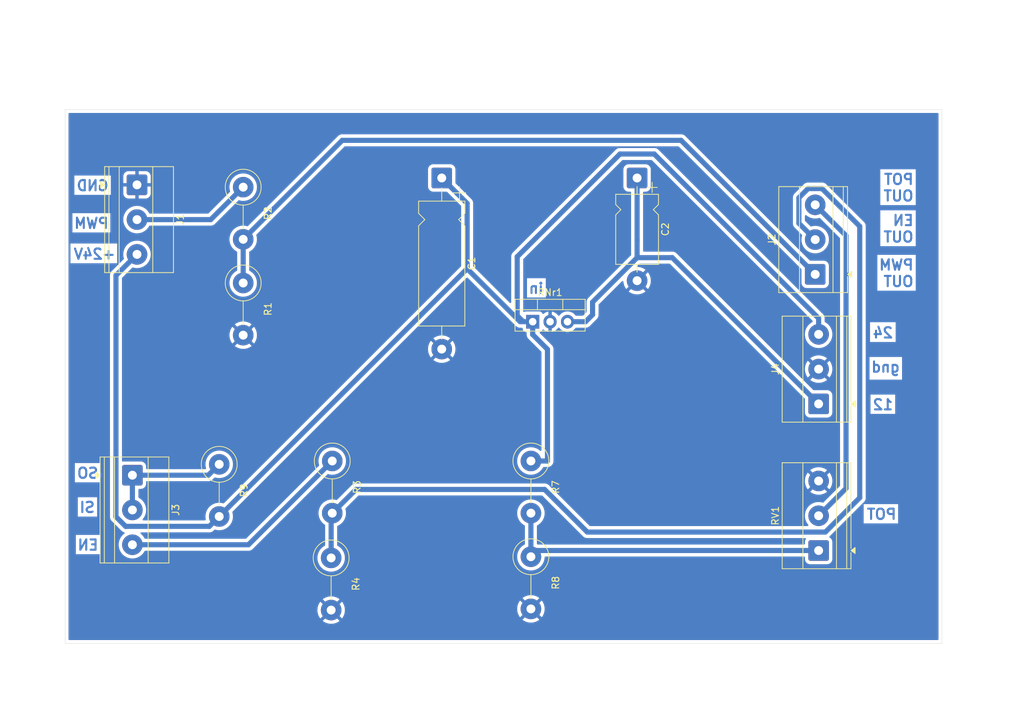
<source format=kicad_pcb>
(kicad_pcb (version 20241229) (generator "pcbnew") (generator_version "9.0")
  (layers (0 "F.Cu" signal) (2 "B.Cu" signal) (13 "F.Paste" user) (15 "B.Paste" user) (5 "F.SilkS" user "F.Silkscreen") (7 "B.SilkS" user "B.Silkscreen") (1 "F.Mask" user) (3 "B.Mask" user) (25 "Edge.Cuts" user))
  (net 0 "")
  (net 1 "+24V")
  (net 2 "GND")
  (net 3 "/PWM")
  (net 4 "/POT")
  (net 5 "/PWM_5V")
  (net 6 "/ENABLE_5V")
  (net 7 "/ENABLE")
  (net 8 "/Indu_Sens")
  (net 9 "/H_12V")
  (net 10 "Net-(R7-Pad2)")
  (footprint "TerminalBlock_Phoenix:TerminalBlock_Phoenix_MKDS-1,5-3-5.08_1x03_P5.08mm_Horizontal" (layer "F.Cu") (at 134.5 81.42 90)
    (property "Reference" "RV1" (at 5.08 -6.32 90) (layer "F.SilkS"))
    (property "Value" "R_Potentiometer")
    (fp_line (start 12.82 -5.32) (end 12.82 4.72) (stroke (width 0.12)) (layer "F.SilkS"))
    (fp_line (start -2.66 -5.32) (end 12.82 -5.32) (stroke (width 0.12)) (layer "F.SilkS"))
    (fp_line (start -2.66 -5.32) (end -2.66 4.72) (stroke (width 0.12)) (layer "F.SilkS"))
    (fp_line (start -2.66 -2.3) (end 12.82 -2.3) (stroke (width 0.12)) (layer "F.SilkS"))
    (fp_line (start -2.66 2.6) (end 12.82 2.6) (stroke (width 0.12)) (layer "F.SilkS"))
    (fp_line (start -2.66 4.1) (end 12.82 4.1) (stroke (width 0.12)) (layer "F.SilkS"))
    (fp_line (start 0.3 4.72) (end 12.82 4.72) (stroke (width 0.12)) (layer "F.SilkS"))
    (fp_line (start -2.66 4.72) (end -0.3 4.72) (stroke (width 0.12)) (layer "F.SilkS"))
    (fp_poly (pts (xy 0 4.72) (xy 0.44 5.33) (xy -0.44 5.33)) (stroke (width 0.12)) (fill yes) (layer "F.SilkS"))
    (pad "1" thru_hole roundrect (at 0 0 90) (size 3 3) (drill 1.3) (layers "*.Cu" "*.Mask") (roundrect_rratio 0.096154) (net 10 "Net-(R7-Pad2)"))
    (pad "2" thru_hole circle (at 5.08 0 90) (size 3 3) (drill 1.3) (layers "*.Cu" "*.Mask") (net 4 "/POT"))
    (pad "3" thru_hole circle (at 10.16 0 90) (size 3 3) (drill 1.3) (layers "*.Cu" "*.Mask") (net 2 "GND"))
  )
  (footprint "Capacitor_THT:CP_Axial_L18.0mm_D6.5mm_P25.00mm_Horizontal" (layer "F.Cu") (at 79.4825 27 -90)
    (property "Reference" "C1" (at 12.5 -4.37 90) (layer "F.SilkS"))
    (property "Value" "C")
    (fp_line (start 3.38 3.37) (end 5.18 3.37) (stroke (width 0.12)) (layer "F.SilkS"))
    (fp_line (start 5.18 3.37) (end 6.08 2.47) (stroke (width 0.12)) (layer "F.SilkS"))
    (fp_line (start 6.98 3.37) (end 21.62 3.37) (stroke (width 0.12)) (layer "F.SilkS"))
    (fp_line (start 6.08 2.47) (end 6.98 3.37) (stroke (width 0.12)) (layer "F.SilkS"))
    (fp_line (start 1.44 0) (end 3.38 0) (stroke (width 0.12)) (layer "F.SilkS"))
    (fp_line (start 23.56 0) (end 21.62 0) (stroke (width 0.12)) (layer "F.SilkS"))
    (fp_line (start 6.08 -2.47) (end 6.98 -3.37) (stroke (width 0.12)) (layer "F.SilkS"))
    (fp_line (start 1.28 -2.6) (end 3.08 -2.6) (stroke (width 0.12)) (layer "F.SilkS"))
    (fp_line (start 3.38 -3.37) (end 3.38 3.37) (stroke (width 0.12)) (layer "F.SilkS"))
    (fp_line (start 3.38 -3.37) (end 5.18 -3.37) (stroke (width 0.12)) (layer "F.SilkS"))
    (fp_line (start 5.18 -3.37) (end 6.08 -2.47) (stroke (width 0.12)) (layer "F.SilkS"))
    (fp_line (start 6.98 -3.37) (end 21.62 -3.37) (stroke (width 0.12)) (layer "F.SilkS"))
    (fp_line (start 21.62 -3.37) (end 21.62 3.37) (stroke (width 0.12)) (layer "F.SilkS"))
    (fp_line (start 2.18 -3.5) (end 2.18 -1.7) (stroke (width 0.12)) (layer "F.SilkS"))
    (pad "1" thru_hole roundrect (at 0 0 270) (size 3 3) (drill 1.3) (layers "*.Cu" "*.Mask") (roundrect_rratio 0.096154) (net 1 "+24V"))
    (pad "2" thru_hole circle (at 25 0 270) (size 3 3) (drill 1.3) (layers "*.Cu" "*.Mask") (net 2 "GND"))
  )
  (footprint "Resistor_THT:R_Axial_DIN0516_L15.5mm_D5.0mm_P7.62mm_Vertical" (layer "F.Cu") (at 50.5 28.34 -90)
    (property "Reference" "R2" (at 3.81 -3.62 90) (layer "F.SilkS"))
    (property "Value" "18k/22k")
    (fp_line (start 2.62 0) (end 6.12 0) (stroke (width 0.12)) (layer "F.SilkS"))
    (fp_circle (center 0 0) (end 2.62 0) (stroke (width 0.12)) (fill no) (layer "F.SilkS"))
    (pad "1" thru_hole circle (at 0 0 270) (size 3 3) (drill 1.3) (layers "*.Cu" "*.Mask") (net 3 "/PWM"))
    (pad "2" thru_hole circle (at 7.62 0 270) (size 3 3) (drill 1.3) (layers "*.Cu" "*.Mask") (net 5 "/PWM_5V"))
  )
  (footprint "Resistor_THT:R_Axial_DIN0516_L15.5mm_D5.0mm_P7.62mm_Vertical" (layer "F.Cu") (at 47 68.8275 -90)
    (property "Reference" "R9" (at 3.81 -3.62 90) (layer "F.SilkS"))
    (property "Value" "10k")
    (fp_line (start 2.62 0) (end 6.12 0) (stroke (width 0.12)) (layer "F.SilkS"))
    (fp_circle (center 0 0) (end 2.62 0) (stroke (width 0.12)) (fill no) (layer "F.SilkS"))
    (pad "1" thru_hole circle (at 0 0 270) (size 3 3) (drill 1.3) (layers "*.Cu" "*.Mask") (net 8 "/Indu_Sens"))
    (pad "2" thru_hole circle (at 7.62 0 270) (size 3 3) (drill 1.3) (layers "*.Cu" "*.Mask") (net 1 "+24V"))
  )
  (footprint "TerminalBlock_Phoenix:TerminalBlock_Phoenix_MKDS-1,5-3-5.08_1x03_P5.08mm_Horizontal" (layer "F.Cu") (at 134.5 60 90)
    (property "Reference" "J4" (at 5.08 -6.32 90) (layer "F.SilkS"))
    (property "Value" "H-Bridge")
    (fp_line (start 12.82 -5.32) (end 12.82 4.72) (stroke (width 0.12)) (layer "F.SilkS"))
    (fp_line (start -2.66 -5.32) (end 12.82 -5.32) (stroke (width 0.12)) (layer "F.SilkS"))
    (fp_line (start -2.66 -5.32) (end -2.66 4.72) (stroke (width 0.12)) (layer "F.SilkS"))
    (fp_line (start -2.66 -2.3) (end 12.82 -2.3) (stroke (width 0.12)) (layer "F.SilkS"))
    (fp_line (start -2.66 2.6) (end 12.82 2.6) (stroke (width 0.12)) (layer "F.SilkS"))
    (fp_line (start -2.66 4.1) (end 12.82 4.1) (stroke (width 0.12)) (layer "F.SilkS"))
    (fp_line (start 0.3 4.72) (end 12.82 4.72) (stroke (width 0.12)) (layer "F.SilkS"))
    (fp_line (start -2.66 4.72) (end -0.3 4.72) (stroke (width 0.12)) (layer "F.SilkS"))
    (fp_poly (pts (xy 0 4.72) (xy 0.44 5.33) (xy -0.44 5.33)) (stroke (width 0.12)) (fill yes) (layer "F.SilkS"))
    (pad "1" thru_hole roundrect (at 0 0 90) (size 3 3) (drill 1.3) (layers "*.Cu" "*.Mask") (roundrect_rratio 0.096154) (net 9 "/H_12V"))
    (pad "2" thru_hole circle (at 5.08 0 90) (size 3 3) (drill 1.3) (layers "*.Cu" "*.Mask") (net 2 "GND"))
    (pad "3" thru_hole circle (at 10.16 0 90) (size 3 3) (drill 1.3) (layers "*.Cu" "*.Mask") (net 1 "+24V"))
  )
  (footprint "TerminalBlock_Phoenix:TerminalBlock_Phoenix_MKDS-1,5-3-5.08_1x03_P5.08mm_Horizontal" (layer "F.Cu") (at 34.3275 70.415 -90)
    (property "Reference" "J3" (at 5.08 -6.32 90) (layer "F.SilkS"))
    (property "Value" "Input")
    (fp_line (start -2.66 4.72) (end -0.3 4.72) (stroke (width 0.12)) (layer "F.SilkS"))
    (fp_line (start 0.3 4.72) (end 12.82 4.72) (stroke (width 0.12)) (layer "F.SilkS"))
    (fp_line (start -2.66 4.1) (end 12.82 4.1) (stroke (width 0.12)) (layer "F.SilkS"))
    (fp_line (start -2.66 2.6) (end 12.82 2.6) (stroke (width 0.12)) (layer "F.SilkS"))
    (fp_line (start -2.66 -2.3) (end 12.82 -2.3) (stroke (width 0.12)) (layer "F.SilkS"))
    (fp_line (start -2.66 -5.32) (end -2.66 4.72) (stroke (width 0.12)) (layer "F.SilkS"))
    (fp_line (start -2.66 -5.32) (end 12.82 -5.32) (stroke (width 0.12)) (layer "F.SilkS"))
    (fp_line (start 12.82 -5.32) (end 12.82 4.72) (stroke (width 0.12)) (layer "F.SilkS"))
    (fp_poly (pts (xy 0 4.72) (xy 0.44 5.33) (xy -0.44 5.33)) (stroke (width 0.12)) (fill yes) (layer "F.SilkS"))
    (pad "1" thru_hole roundrect (at 0 0 270) (size 3 3) (drill 1.3) (layers "*.Cu" "*.Mask") (roundrect_rratio 0.096154) (net 8 "/Indu_Sens"))
    (pad "2" thru_hole circle (at 5.08 0 270) (size 3 3) (drill 1.3) (layers "*.Cu" "*.Mask") (net 8 "/Indu_Sens"))
    (pad "3" thru_hole circle (at 10.16 0 270) (size 3 3) (drill 1.3) (layers "*.Cu" "*.Mask") (net 7 "/ENABLE"))
  )
  (footprint "TerminalBlock_Phoenix:TerminalBlock_Phoenix_MKDS-1,5-3-5.08_1x03_P5.08mm_Horizontal" (layer "F.Cu") (at 134 41.08 90)
    (property "Reference" "J2" (at 5.08 -6.32 90) (layer "F.SilkS"))
    (property "Value" "Input")
    (fp_line (start 12.82 -5.32) (end 12.82 4.72) (stroke (width 0.12)) (layer "F.SilkS"))
    (fp_line (start -2.66 -5.32) (end 12.82 -5.32) (stroke (width 0.12)) (layer "F.SilkS"))
    (fp_line (start -2.66 -5.32) (end -2.66 4.72) (stroke (width 0.12)) (layer "F.SilkS"))
    (fp_line (start -2.66 -2.3) (end 12.82 -2.3) (stroke (width 0.12)) (layer "F.SilkS"))
    (fp_line (start -2.66 2.6) (end 12.82 2.6) (stroke (width 0.12)) (layer "F.SilkS"))
    (fp_line (start -2.66 4.1) (end 12.82 4.1) (stroke (width 0.12)) (layer "F.SilkS"))
    (fp_line (start 0.3 4.72) (end 12.82 4.72) (stroke (width 0.12)) (layer "F.SilkS"))
    (fp_line (start -2.66 4.72) (end -0.3 4.72) (stroke (width 0.12)) (layer "F.SilkS"))
    (fp_poly (pts (xy 0 4.72) (xy 0.44 5.33) (xy -0.44 5.33)) (stroke (width 0.12)) (fill yes) (layer "F.SilkS"))
    (pad "1" thru_hole roundrect (at 0 0 90) (size 3 3) (drill 1.3) (layers "*.Cu" "*.Mask") (roundrect_rratio 0.096154) (net 5 "/PWM_5V"))
    (pad "2" thru_hole circle (at 5.08 0 90) (size 3 3) (drill 1.3) (layers "*.Cu" "*.Mask") (net 6 "/ENABLE_5V"))
    (pad "3" thru_hole circle (at 10.16 0 90) (size 3 3) (drill 1.3) (layers "*.Cu" "*.Mask") (net 4 "/POT"))
  )
  (footprint "Resistor_THT:R_Axial_DIN0516_L15.5mm_D5.0mm_P7.62mm_Vertical" (layer "F.Cu") (at 63.5 68.34 -90)
    (property "Reference" "R3" (at 3.81 -3.62 90) (layer "F.SilkS"))
    (property "Value" "18k/22k")
    (fp_line (start 2.62 0) (end 6.12 0) (stroke (width 0.12)) (layer "F.SilkS"))
    (fp_circle (center 0 0) (end 2.62 0) (stroke (width 0.12)) (fill no) (layer "F.SilkS"))
    (pad "1" thru_hole circle (at 0 0 270) (size 3 3) (drill 1.3) (layers "*.Cu" "*.Mask") (net 7 "/ENABLE"))
    (pad "2" thru_hole circle (at 7.62 0 270) (size 3 3) (drill 1.3) (layers "*.Cu" "*.Mask") (net 6 "/ENABLE_5V"))
  )
  (footprint "TerminalBlock_Phoenix:TerminalBlock_Phoenix_MKDS-1,5-3-5.08_1x03_P5.08mm_Horizontal" (layer "F.Cu") (at 35 28 -90)
    (property "Reference" "J1" (at 5.08 -6.32 90) (layer "F.SilkS"))
    (property "Value" "Input")
    (fp_line (start -2.66 4.72) (end -0.3 4.72) (stroke (width 0.12)) (layer "F.SilkS"))
    (fp_line (start 0.3 4.72) (end 12.82 4.72) (stroke (width 0.12)) (layer "F.SilkS"))
    (fp_line (start -2.66 4.1) (end 12.82 4.1) (stroke (width 0.12)) (layer "F.SilkS"))
    (fp_line (start -2.66 2.6) (end 12.82 2.6) (stroke (width 0.12)) (layer "F.SilkS"))
    (fp_line (start -2.66 -2.3) (end 12.82 -2.3) (stroke (width 0.12)) (layer "F.SilkS"))
    (fp_line (start -2.66 -5.32) (end -2.66 4.72) (stroke (width 0.12)) (layer "F.SilkS"))
    (fp_line (start -2.66 -5.32) (end 12.82 -5.32) (stroke (width 0.12)) (layer "F.SilkS"))
    (fp_line (start 12.82 -5.32) (end 12.82 4.72) (stroke (width 0.12)) (layer "F.SilkS"))
    (fp_poly (pts (xy 0 4.72) (xy 0.44 5.33) (xy -0.44 5.33)) (stroke (width 0.12)) (fill yes) (layer "F.SilkS"))
    (pad "1" thru_hole roundrect (at 0 0 270) (size 3 3) (drill 1.3) (layers "*.Cu" "*.Mask") (roundrect_rratio 0.096154) (net 2 "GND"))
    (pad "2" thru_hole circle (at 5.08 0 270) (size 3 3) (drill 1.3) (layers "*.Cu" "*.Mask") (net 3 "/PWM"))
    (pad "3" thru_hole circle (at 10.16 0 270) (size 3 3) (drill 1.3) (layers "*.Cu" "*.Mask") (net 1 "+24V"))
  )
  (footprint "Resistor_THT:R_Axial_DIN0516_L15.5mm_D5.0mm_P7.62mm_Vertical" (layer "F.Cu") (at 92.5 68.34 -90)
    (property "Reference" "R7" (at 3.81 -3.62 90) (layer "F.SilkS"))
    (property "Value" "5,6k")
    (fp_line (start 2.62 0) (end 6.12 0) (stroke (width 0.12)) (layer "F.SilkS"))
    (fp_circle (center 0 0) (end 2.62 0) (stroke (width 0.12)) (fill no) (layer "F.SilkS"))
    (pad "1" thru_hole circle (at 0 0 270) (size 3 3) (drill 1.3) (layers "*.Cu" "*.Mask") (net 1 "+24V"))
    (pad "2" thru_hole circle (at 7.62 0 270) (size 3 3) (drill 1.3) (layers "*.Cu" "*.Mask") (net 10 "Net-(R7-Pad2)"))
  )
  (footprint "Resistor_THT:R_Axial_DIN0516_L15.5mm_D5.0mm_P7.62mm_Vertical" (layer "F.Cu") (at 50.5 42.34 -90)
    (property "Reference" "R1" (at 3.81 -3.62 90) (layer "F.SilkS"))
    (property "Value" "4,7k / 5,5k")
    (fp_line (start 2.62 0) (end 6.12 0) (stroke (width 0.12)) (layer "F.SilkS"))
    (fp_circle (center 0 0) (end 2.62 0) (stroke (width 0.12)) (fill no) (layer "F.SilkS"))
    (pad "1" thru_hole circle (at 0 0 270) (size 3 3) (drill 1.3) (layers "*.Cu" "*.Mask") (net 5 "/PWM_5V"))
    (pad "2" thru_hole circle (at 7.62 0 270) (size 3 3) (drill 1.3) (layers "*.Cu" "*.Mask") (net 2 "GND"))
  )
  (footprint "Package_TO_SOT_THT:TO-220-3_Vertical" (layer "F.Cu") (at 92.76 47.995)
    (property "Reference" "RNr1" (at 2.54 -4.27 0) (layer "F.SilkS"))
    (property "Value" "12V_div")
    (fp_line (start -2.58 -3.27) (end -2.58 1.371) (stroke (width 0.12)) (layer "F.SilkS"))
    (fp_line (start -2.58 -3.27) (end 7.66 -3.27) (stroke (width 0.12)) (layer "F.SilkS"))
    (fp_line (start -2.58 -1.76) (end 7.66 -1.76) (stroke (width 0.12)) (layer "F.SilkS"))
    (fp_line (start -2.58 1.371) (end 7.66 1.371) (stroke (width 0.12)) (layer "F.SilkS"))
    (fp_line (start 0.69 -3.27) (end 0.69 -1.76) (stroke (width 0.12)) (layer "F.SilkS"))
    (fp_line (start 4.391 -3.27) (end 4.391 -1.76) (stroke (width 0.12)) (layer "F.SilkS"))
    (fp_line (start 7.66 -3.27) (end 7.66 1.371) (stroke (width 0.12)) (layer "F.SilkS"))
    (pad "1" thru_hole rect (at 0 0) (size 1.905 2) (drill 1.1) (layers "*.Cu" "*.Mask") (net 1 "+24V"))
    (pad "2" thru_hole oval (at 2.54 0) (size 1.905 2) (drill 1.1) (layers "*.Cu" "*.Mask") (net 2 "GND"))
    (pad "3" thru_hole oval (at 5.08 0) (size 1.905 2) (drill 1.1) (layers "*.Cu" "*.Mask") (net 9 "/H_12V"))
  )
  (footprint "Resistor_THT:R_Axial_DIN0516_L15.5mm_D5.0mm_P7.62mm_Vertical" (layer "F.Cu") (at 92.5 82.3275 -90)
    (property "Reference" "R8" (at 3.81 -3.62 90) (layer "F.SilkS"))
    (property "Value" "10k")
    (fp_line (start 2.62 0) (end 6.12 0) (stroke (width 0.12)) (layer "F.SilkS"))
    (fp_circle (center 0 0) (end 2.62 0) (stroke (width 0.12)) (fill no) (layer "F.SilkS"))
    (pad "1" thru_hole circle (at 0 0 270) (size 3 3) (drill 1.3) (layers "*.Cu" "*.Mask") (net 10 "Net-(R7-Pad2)"))
    (pad "2" thru_hole circle (at 7.62 0 270) (size 3 3) (drill 1.3) (layers "*.Cu" "*.Mask") (net 2 "GND"))
  )
  (footprint "Capacitor_THT:CP_Axial_L10.0mm_D6.0mm_P15.00mm_Horizontal" (layer "F.Cu") (at 108 27 -90)
    (property "Reference" "C2" (at 7.5 -4.12 90) (layer "F.SilkS"))
    (property "Value" "C")
    (fp_line (start 2.38 3.12) (end 3.88 3.12) (stroke (width 0.12)) (layer "F.SilkS"))
    (fp_line (start 3.88 3.12) (end 4.63 2.37) (stroke (width 0.12)) (layer "F.SilkS"))
    (fp_line (start 5.38 3.12) (end 12.62 3.12) (stroke (width 0.12)) (layer "F.SilkS"))
    (fp_line (start 4.63 2.37) (end 5.38 3.12) (stroke (width 0.12)) (layer "F.SilkS"))
    (fp_line (start 1.24 0) (end 2.38 0) (stroke (width 0.12)) (layer "F.SilkS"))
    (fp_line (start 13.76 0) (end 12.62 0) (stroke (width 0.12)) (layer "F.SilkS"))
    (fp_line (start 0.63 -2.2) (end 2.13 -2.2) (stroke (width 0.12)) (layer "F.SilkS"))
    (fp_line (start 4.63 -2.37) (end 5.38 -3.12) (stroke (width 0.12)) (layer "F.SilkS"))
    (fp_line (start 1.38 -2.95) (end 1.38 -1.45) (stroke (width 0.12)) (layer "F.SilkS"))
    (fp_line (start 2.38 -3.12) (end 2.38 3.12) (stroke (width 0.12)) (layer "F.SilkS"))
    (fp_line (start 2.38 -3.12) (end 3.88 -3.12) (stroke (width 0.12)) (layer "F.SilkS"))
    (fp_line (start 3.88 -3.12) (end 4.63 -2.37) (stroke (width 0.12)) (layer "F.SilkS"))
    (fp_line (start 5.38 -3.12) (end 12.62 -3.12) (stroke (width 0.12)) (layer "F.SilkS"))
    (fp_line (start 12.62 -3.12) (end 12.62 3.12) (stroke (width 0.12)) (layer "F.SilkS"))
    (pad "1" thru_hole roundrect (at 0 0 270) (size 3 3) (drill 1.3) (layers "*.Cu" "*.Mask") (roundrect_rratio 0.096154) (net 9 "/H_12V"))
    (pad "2" thru_hole circle (at 15 0 270) (size 3 3) (drill 1.3) (layers "*.Cu" "*.Mask") (net 2 "GND"))
  )
  (footprint "Resistor_THT:R_Axial_DIN0516_L15.5mm_D5.0mm_P7.62mm_Vertical" (layer "F.Cu") (at 63.34 82.5 -90)
    (property "Reference" "R4" (at 3.81 -3.62 90) (layer "F.SilkS"))
    (property "Value" "4,7k / 5,6k")
    (fp_line (start 2.62 0) (end 6.12 0) (stroke (width 0.12)) (layer "F.SilkS"))
    (fp_circle (center 0 0) (end 2.62 0) (stroke (width 0.12)) (fill no) (layer "F.SilkS"))
    (pad "1" thru_hole circle (at 0 0 270) (size 3 3) (drill 1.3) (layers "*.Cu" "*.Mask") (net 6 "/ENABLE_5V"))
    (pad "2" thru_hole circle (at 7.62 0 270) (size 3 3) (drill 1.3) (layers "*.Cu" "*.Mask") (net 2 "GND"))
  )
  (gr_rect (start 24.5 17) (end 152.5 95) (stroke (width 0.05)) (fill no) (layer "Edge.Cuts"))
  (gr_text "EN\n" (at 29.5 81.5 0) (layer "B.Cu") (effects (font (size 1.5 1.5) (thickness 0.3) (bold yes)) (justify left bottom mirror)))
  (gr_text "24" (at 145.5 50.5 0) (layer "B.Cu") (effects (font (size 1.5 1.5) (thickness 0.3) (bold yes)) (justify left bottom mirror)))
  (gr_text "PWM" (at 31 34.5 0) (layer "B.Cu") (effects (font (size 1.5 1.5) (thickness 0.3) (bold yes)) (justify left bottom mirror)))
  (gr_text "12" (at 145.5 61 0) (layer "B.Cu") (effects (font (size 1.5 1.5) (thickness 0.3) (bold yes)) (justify left bottom mirror)))
  (gr_text "GND" (at 31 29 0) (layer "B.Cu") (effects (font (size 1.5 1.5) (thickness 0.3) (bold yes)) (justify left bottom mirror)))
  (gr_text "EN\nOUT" (at 148.5 36.5 0) (layer "B.Cu") (effects (font (size 1.5 1.5) (thickness 0.3) (bold yes)) (justify left bottom mirror)))
  (gr_text "+24V\n" (at 32 39 0) (layer "B.Cu") (effects (font (size 1.5 1.5) (thickness 0.3) (bold yes)) (justify left bottom mirror)))
  (gr_text "SI" (at 29 76 0) (layer "B.Cu") (effects (font (size 1.5 1.5) (thickness 0.3) (bold yes)) (justify left bottom mirror)))
  (gr_text "PWM\nOUT" (at 148.5 43 0) (layer "B.Cu") (effects (font (size 1.5 1.5) (thickness 0.3) (bold yes)) (justify left bottom mirror)))
  (gr_text "POT\n" (at 146 77 0) (layer "B.Cu") (effects (font (size 1.5 1.5) (thickness 0.3) (bold yes)) (justify left bottom mirror)))
  (gr_text "SO" (at 29.5 71 0) (layer "B.Cu") (effects (font (size 1.5 1.5) (thickness 0.3) (bold yes)) (justify left bottom mirror)))
  (gr_text "in\n" (at 94.5 44 0) (layer "B.Cu") (effects (font (size 1.5 1.5) (thickness 0.3) (bold yes)) (justify left bottom mirror)))
  (gr_text "POT\nOUT" (at 148.5 30.5 0) (layer "B.Cu") (effects (font (size 1.5 1.5) (thickness 0.3) (bold yes)) (justify left bottom mirror)))
  (gr_text "gnd\n" (at 146.5 55.5 0) (layer "B.Cu") (effects (font (size 1.5 1.5) (thickness 0.3) (bold yes)) (justify left bottom mirror)))
  (segment (start 83.1917 40.2558) (end 90.9308 47.995) (width 0.75) (layer "B.Cu") (net 1))
  (segment (start 110.5 23.5) (end 134.5 47.5) (width 0.75) (layer "B.Cu") (net 1))
  (segment (start 35 38.16) (end 31.9283 41.2317) (width 0.75) (layer "B.Cu") (net 1))
  (segment (start 105.5 23.5) (end 110.5 23.5) (width 0.75) (layer "B.Cu") (net 1))
  (segment (start 91.3881 47.995) (end 90.5 47.1069) (width 0.75) (layer "B.Cu") (net 1))
  (segment (start 79.4825 27) (end 83.1917 30.7092) (width 0.75) (layer "B.Cu") (net 1))
  (segment (start 83.1917 30.7092) (end 83.1917 40.2558) (width 0.75) (layer "B.Cu") (net 1))
  (segment (start 31.9283 41.2317) (end 31.9283 76.4856) (width 0.75) (layer "B.Cu") (net 1))
  (segment (start 92.76 47.995) (end 91.8454 47.995) (width 0.75) (layer "B.Cu") (net 1))
  (segment (start 90.5 38.5) (end 105.5 23.5) (width 0.75) (layer "B.Cu") (net 1))
  (segment (start 45.5553 77.8922) (end 47 76.4475) (width 0.75) (layer "B.Cu") (net 1))
  (segment (start 90.5 47.1069) (end 90.5 38.5) (width 0.75) (layer "B.Cu") (net 1))
  (segment (start 83.1917 40.2558) (end 47 76.4475) (width 0.75) (layer "B.Cu") (net 1))
  (segment (start 94.9174 68.34) (end 92.5 68.34) (width 0.75) (layer "B.Cu") (net 1))
  (segment (start 94.9174 68.34) (end 94.9174 52.0291) (width 0.75) (layer "B.Cu") (net 1))
  (segment (start 33.3349 77.8922) (end 45.5553 77.8922) (width 0.75) (layer "B.Cu") (net 1))
  (segment (start 134.5 47.5) (end 134.5 49.84) (width 0.75) (layer "B.Cu") (net 1))
  (segment (start 92.76 47.995) (end 92.76 49.8717) (width 0.75) (layer "B.Cu") (net 1))
  (segment (start 94.9174 52.0291) (end 92.76 49.8717) (width 0.75) (layer "B.Cu") (net 1))
  (segment (start 91.8454 47.995) (end 91.3881 47.995) (width 0.75) (layer "B.Cu") (net 1))
  (segment (start 91.3881 47.995) (end 90.9308 47.995) (width 0.75) (layer "B.Cu") (net 1))
  (segment (start 31.9283 76.4856) (end 33.3349 77.8922) (width 0.75) (layer "B.Cu") (net 1))
  (segment (start 35 33.08) (end 45.76 33.08) (width 0.75) (layer "B.Cu") (net 3))
  (segment (start 45.76 33.08) (end 50.5 28.34) (width 0.75) (layer "B.Cu") (net 3))
  (segment (start 134 30.92) (end 138.5 35.42) (width 0.75) (layer "B.Cu") (net 4))
  (segment (start 138.5 35.42) (end 138.5 72.34) (width 0.75) (layer "B.Cu") (net 4))
  (segment (start 138.5 72.34) (end 134.5 76.34) (width 0.75) (layer "B.Cu") (net 4))
  (segment (start 64.96 21.5) (end 114.42 21.5) (width 0.75) (layer "B.Cu") (net 5))
  (segment (start 114.42 21.5) (end 134 41.08) (width 0.75) (layer "B.Cu") (net 5))
  (segment (start 50.5 35.96) (end 64.96 21.5) (width 0.75) (layer "B.Cu") (net 5))
  (segment (start 50.5 42.34) (end 50.5 35.96) (width 0.75) (layer "B.Cu") (net 5))
  (segment (start 63.34 76.12) (end 63.5 75.96) (width 0.75) (layer "B.Cu") (net 6))
  (segment (start 66.96 72.5) (end 63.5 75.96) (width 0.75) (layer "B.Cu") (net 6))
  (segment (start 140.5 73.708) (end 135.4867 78.7213) (width 0.75) (layer "B.Cu") (net 6))
  (segment (start 100.7213 78.7213) (end 94.5 72.5) (width 0.75) (layer "B.Cu") (net 6))
  (segment (start 132.964 28.5433) (end 134.9848 28.5433) (width 0.75) (layer "B.Cu") (net 6))
  (segment (start 131.6185 29.8888) (end 132.964 28.5433) (width 0.75) (layer "B.Cu") (net 6))
  (segment (start 131.6185 33.6185) (end 131.6185 29.8888) (width 0.75) (layer "B.Cu") (net 6))
  (segment (start 63.34 82.5) (end 63.34 76.12) (width 0.75) (layer "B.Cu") (net 6))
  (segment (start 135.4867 78.7213) (end 100.7213 78.7213) (width 0.75) (layer "B.Cu") (net 6))
  (segment (start 134.9848 28.5433) (end 140.5 34.0585) (width 0.75) (layer "B.Cu") (net 6))
  (segment (start 134 36) (end 131.6185 33.6185) (width 0.75) (layer "B.Cu") (net 6))
  (segment (start 140.5 34.0585) (end 140.5 73.708) (width 0.75) (layer "B.Cu") (net 6))
  (segment (start 94.5 72.5) (end 66.96 72.5) (width 0.75) (layer "B.Cu") (net 6))
  (segment (start 51.265 80.575) (end 63.5 68.34) (width 0.75) (layer "B.Cu") (net 7))
  (segment (start 34.3275 80.575) (end 51.265 80.575) (width 0.75) (layer "B.Cu") (net 7))
  (segment (start 34.3275 70.415) (end 34.3275 72.955) (width 0.75) (layer "B.Cu") (net 8))
  (segment (start 34.3275 70.415) (end 45.4125 70.415) (width 0.75) (layer "B.Cu") (net 8))
  (segment (start 34.3275 72.955) (end 34.3275 75.495) (width 0.75) (layer "B.Cu") (net 8))
  (segment (start 45.4125 70.415) (end 47 68.8275) (width 0.75) (layer "B.Cu") (net 8))
  (segment (start 101.5 46.9661) (end 100.4711 47.995) (width 0.75) (layer "B.Cu") (net 9))
  (segment (start 108 38.6353) (end 101.5 45.1353) (width 0.75) (layer "B.Cu") (net 9))
  (segment (start 101.5 45.1353) (end 101.5 46.9661) (width 0.75) (layer "B.Cu") (net 9))
  (segment (start 108 27) (end 108 36.0677) (width 0.75) (layer "B.Cu") (net 9))
  (segment (start 134.5 60) (end 113.1353 38.6353) (width 0.75) (layer "B.Cu") (net 9))
  (segment (start 100.4711 47.995) (end 97.84 47.995) (width 0.75) (layer "B.Cu") (net 9))
  (segment (start 113.1353 38.6353) (end 108 38.6353) (width 0.75) (layer "B.Cu") (net 9))
  (segment (start 108 36.0677) (end 108 38.6353) (width 0.75) (layer "B.Cu") (net 9))
  (segment (start 92.5 75.96) (end 92.5 82.3275) (width 0.75) (layer "B.Cu") (net 10))
  (segment (start 134.5 81.42) (end 93.4075 81.42) (width 0.75) (layer "B.Cu") (net 10))
  (segment (start 93.4075 81.42) (end 92.5 82.3275) (width 0.75) (layer "B.Cu") (net 10))
  (zone (net 2) (net_name "GND") (layer "B.Cu") (connect_pads (clearance 0.5)) (min_thickness 0.25) (fill yes (thermal_gap 0.5) (thermal_bridge_width 0.5))
    (polygon (pts (xy 164.5 102.5) (xy 157 1) (xy 15 18) (xy 17 105)))
  )
)
</source>
